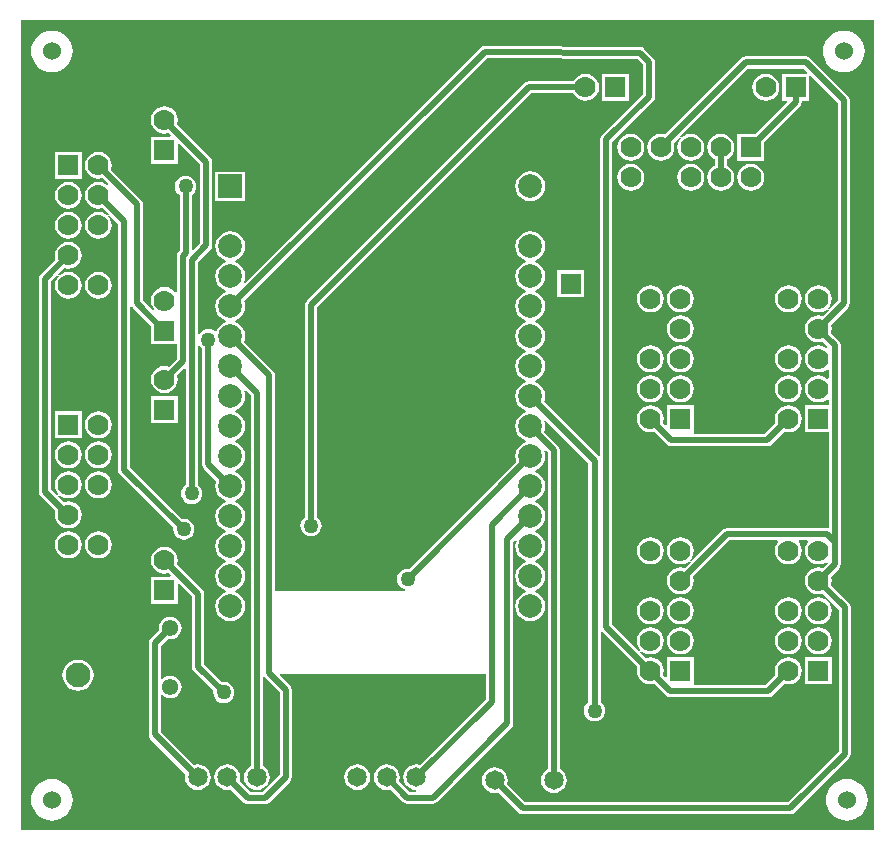
<source format=gtl>
G04*
G04 #@! TF.GenerationSoftware,Altium Limited,Altium Designer,21.6.4 (81)*
G04*
G04 Layer_Physical_Order=1*
G04 Layer_Color=255*
%FSLAX25Y25*%
%MOIN*%
G70*
G04*
G04 #@! TF.SameCoordinates,3774DA31-8614-4C77-8703-5363F9479B90*
G04*
G04*
G04 #@! TF.FilePolarity,Positive*
G04*
G01*
G75*
%ADD25C,0.02000*%
%ADD26C,0.06000*%
%ADD27R,0.07874X0.07874*%
%ADD28C,0.07874*%
%ADD29C,0.07000*%
%ADD30R,0.07000X0.07000*%
%ADD31C,0.06496*%
%ADD32R,0.06496X0.06496*%
%ADD33R,0.07000X0.07000*%
%ADD34C,0.05437*%
%ADD35C,0.08268*%
%ADD36C,0.05000*%
G36*
X407428Y166529D02*
X123335D01*
Y436471D01*
X407428D01*
Y166529D01*
D02*
G37*
%LPC*%
G36*
X397500Y432939D02*
X396146Y432806D01*
X394845Y432411D01*
X393645Y431770D01*
X392593Y430907D01*
X391730Y429855D01*
X391089Y428655D01*
X390694Y427354D01*
X390561Y426000D01*
X390694Y424646D01*
X391089Y423345D01*
X391730Y422145D01*
X392593Y421093D01*
X393645Y420230D01*
X394845Y419589D01*
X396146Y419194D01*
X397500Y419061D01*
X398854Y419194D01*
X400155Y419589D01*
X401355Y420230D01*
X402407Y421093D01*
X403269Y422145D01*
X403911Y423345D01*
X404306Y424646D01*
X404439Y426000D01*
X404306Y427354D01*
X403911Y428655D01*
X403269Y429855D01*
X402407Y430907D01*
X401355Y431770D01*
X400155Y432411D01*
X398854Y432806D01*
X397500Y432939D01*
D02*
G37*
G36*
X133500D02*
X132146Y432806D01*
X130845Y432411D01*
X129645Y431770D01*
X128593Y430907D01*
X127731Y429855D01*
X127089Y428655D01*
X126694Y427354D01*
X126561Y426000D01*
X126694Y424646D01*
X127089Y423345D01*
X127731Y422145D01*
X128593Y421093D01*
X129645Y420230D01*
X130845Y419589D01*
X132146Y419194D01*
X133500Y419061D01*
X134854Y419194D01*
X136155Y419589D01*
X137355Y420230D01*
X138407Y421093D01*
X139269Y422145D01*
X139911Y423345D01*
X140306Y424646D01*
X140439Y426000D01*
X140306Y427354D01*
X139911Y428655D01*
X139269Y429855D01*
X138407Y430907D01*
X137355Y431770D01*
X136155Y432411D01*
X134854Y432806D01*
X133500Y432939D01*
D02*
G37*
G36*
X371500Y418539D02*
X370325Y418384D01*
X369231Y417931D01*
X368291Y417209D01*
X367569Y416269D01*
X367116Y415175D01*
X366961Y414000D01*
X367116Y412825D01*
X367569Y411731D01*
X368291Y410791D01*
X369231Y410069D01*
X370325Y409616D01*
X371500Y409461D01*
X372675Y409616D01*
X373769Y410069D01*
X374709Y410791D01*
X375431Y411731D01*
X375884Y412825D01*
X376039Y414000D01*
X375884Y415175D01*
X375431Y416269D01*
X374709Y417209D01*
X373769Y417931D01*
X372675Y418384D01*
X371500Y418539D01*
D02*
G37*
G36*
X326500Y398539D02*
X325325Y398384D01*
X324231Y397931D01*
X323291Y397209D01*
X322569Y396269D01*
X322116Y395175D01*
X321961Y394000D01*
X322116Y392825D01*
X322569Y391731D01*
X323291Y390791D01*
X324231Y390069D01*
X325325Y389616D01*
X326500Y389461D01*
X327675Y389616D01*
X328769Y390069D01*
X329709Y390791D01*
X330431Y391731D01*
X330884Y392825D01*
X331039Y394000D01*
X330884Y395175D01*
X330431Y396269D01*
X329709Y397209D01*
X328769Y397931D01*
X327675Y398384D01*
X326500Y398539D01*
D02*
G37*
G36*
X143500Y392500D02*
X134500D01*
Y383500D01*
X143500D01*
Y392500D01*
D02*
G37*
G36*
X366500Y388539D02*
X365325Y388384D01*
X364231Y387931D01*
X363291Y387209D01*
X362569Y386269D01*
X362116Y385175D01*
X361961Y384000D01*
X362116Y382825D01*
X362569Y381731D01*
X363291Y380791D01*
X364231Y380069D01*
X365325Y379616D01*
X366500Y379461D01*
X367675Y379616D01*
X368769Y380069D01*
X369709Y380791D01*
X370431Y381731D01*
X370884Y382825D01*
X371039Y384000D01*
X370884Y385175D01*
X370431Y386269D01*
X369709Y387209D01*
X368769Y387931D01*
X367675Y388384D01*
X366500Y388539D01*
D02*
G37*
G36*
X356500Y398539D02*
X355325Y398384D01*
X354231Y397931D01*
X353291Y397209D01*
X352569Y396269D01*
X352116Y395175D01*
X351961Y394000D01*
X352116Y392825D01*
X352569Y391731D01*
X353291Y390791D01*
X354231Y390069D01*
X354461Y389974D01*
Y388026D01*
X354231Y387931D01*
X353291Y387209D01*
X352569Y386269D01*
X352116Y385175D01*
X351961Y384000D01*
X352116Y382825D01*
X352569Y381731D01*
X353291Y380791D01*
X354231Y380069D01*
X355325Y379616D01*
X356500Y379461D01*
X357675Y379616D01*
X358769Y380069D01*
X359709Y380791D01*
X360431Y381731D01*
X360884Y382825D01*
X361039Y384000D01*
X360884Y385175D01*
X360431Y386269D01*
X359709Y387209D01*
X358769Y387931D01*
X358539Y388026D01*
Y389974D01*
X358769Y390069D01*
X359709Y390791D01*
X360431Y391731D01*
X360884Y392825D01*
X361039Y394000D01*
X360884Y395175D01*
X360431Y396269D01*
X359709Y397209D01*
X358769Y397931D01*
X357675Y398384D01*
X356500Y398539D01*
D02*
G37*
G36*
X346500Y388539D02*
X345325Y388384D01*
X344231Y387931D01*
X343291Y387209D01*
X342569Y386269D01*
X342116Y385175D01*
X341961Y384000D01*
X342116Y382825D01*
X342569Y381731D01*
X343291Y380791D01*
X344231Y380069D01*
X345325Y379616D01*
X346500Y379461D01*
X347675Y379616D01*
X348769Y380069D01*
X349709Y380791D01*
X350431Y381731D01*
X350884Y382825D01*
X351039Y384000D01*
X350884Y385175D01*
X350431Y386269D01*
X349709Y387209D01*
X348769Y387931D01*
X347675Y388384D01*
X346500Y388539D01*
D02*
G37*
G36*
X326500D02*
X325325Y388384D01*
X324231Y387931D01*
X323291Y387209D01*
X322569Y386269D01*
X322116Y385175D01*
X321961Y384000D01*
X322116Y382825D01*
X322569Y381731D01*
X323291Y380791D01*
X324231Y380069D01*
X325325Y379616D01*
X326500Y379461D01*
X327675Y379616D01*
X328769Y380069D01*
X329709Y380791D01*
X330431Y381731D01*
X330884Y382825D01*
X331039Y384000D01*
X330884Y385175D01*
X330431Y386269D01*
X329709Y387209D01*
X328769Y387931D01*
X327675Y388384D01*
X326500Y388539D01*
D02*
G37*
G36*
X197937Y385937D02*
X188063D01*
Y376063D01*
X197937D01*
Y385937D01*
D02*
G37*
G36*
X139000Y382539D02*
X137825Y382384D01*
X136731Y381931D01*
X135791Y381209D01*
X135069Y380269D01*
X134616Y379175D01*
X134461Y378000D01*
X134616Y376825D01*
X135069Y375731D01*
X135791Y374791D01*
X136731Y374069D01*
X137825Y373616D01*
X139000Y373461D01*
X140175Y373616D01*
X141269Y374069D01*
X142209Y374791D01*
X142931Y375731D01*
X143384Y376825D01*
X143539Y378000D01*
X143384Y379175D01*
X142931Y380269D01*
X142209Y381209D01*
X141269Y381931D01*
X140175Y382384D01*
X139000Y382539D01*
D02*
G37*
G36*
Y372539D02*
X137825Y372384D01*
X136731Y371931D01*
X135791Y371209D01*
X135069Y370269D01*
X134616Y369175D01*
X134461Y368000D01*
X134616Y366825D01*
X135069Y365731D01*
X135791Y364791D01*
X136731Y364069D01*
X137825Y363616D01*
X139000Y363461D01*
X140175Y363616D01*
X141269Y364069D01*
X142209Y364791D01*
X142931Y365731D01*
X143384Y366825D01*
X143539Y368000D01*
X143384Y369175D01*
X142931Y370269D01*
X142209Y371209D01*
X141269Y371931D01*
X140175Y372384D01*
X139000Y372539D01*
D02*
G37*
G36*
Y362539D02*
X137825Y362384D01*
X136731Y361931D01*
X135791Y361209D01*
X135069Y360269D01*
X134616Y359175D01*
X134461Y358000D01*
X134616Y356825D01*
X134711Y356595D01*
X129782Y351666D01*
X129340Y351005D01*
X129185Y350224D01*
Y279276D01*
X129340Y278496D01*
X129782Y277834D01*
X134711Y272905D01*
X134616Y272675D01*
X134461Y271500D01*
X134616Y270325D01*
X135069Y269231D01*
X135791Y268291D01*
X136731Y267569D01*
X137825Y267116D01*
X139000Y266961D01*
X140175Y267116D01*
X141269Y267569D01*
X142209Y268291D01*
X142931Y269231D01*
X143384Y270325D01*
X143539Y271500D01*
X143384Y272675D01*
X142931Y273769D01*
X142209Y274709D01*
X141269Y275431D01*
X140175Y275884D01*
X139000Y276039D01*
X137825Y275884D01*
X137595Y275789D01*
X135502Y277881D01*
X135833Y278258D01*
X136126Y278033D01*
X136731Y277569D01*
X137825Y277116D01*
X139000Y276961D01*
X140175Y277116D01*
X141269Y277569D01*
X142209Y278291D01*
X142931Y279231D01*
X143384Y280325D01*
X143539Y281500D01*
X143384Y282675D01*
X142931Y283769D01*
X142209Y284709D01*
X141269Y285431D01*
X140175Y285884D01*
X139000Y286039D01*
X137825Y285884D01*
X136731Y285431D01*
X135791Y284709D01*
X135069Y283769D01*
X134616Y282675D01*
X134461Y281500D01*
X134616Y280325D01*
X135069Y279231D01*
X135533Y278626D01*
X135758Y278333D01*
X135381Y278002D01*
X133263Y280120D01*
Y349379D01*
X135381Y351498D01*
X135758Y351167D01*
X135533Y350874D01*
X135069Y350269D01*
X134616Y349175D01*
X134461Y348000D01*
X134616Y346825D01*
X135069Y345731D01*
X135791Y344791D01*
X136731Y344069D01*
X137825Y343616D01*
X139000Y343461D01*
X140175Y343616D01*
X141269Y344069D01*
X142209Y344791D01*
X142931Y345731D01*
X143384Y346825D01*
X143539Y348000D01*
X143384Y349175D01*
X142931Y350269D01*
X142209Y351209D01*
X141269Y351931D01*
X140175Y352384D01*
X139000Y352539D01*
X137825Y352384D01*
X136731Y351931D01*
X136126Y351466D01*
X135833Y351242D01*
X135502Y351619D01*
X137595Y353711D01*
X137825Y353616D01*
X139000Y353461D01*
X140175Y353616D01*
X141269Y354069D01*
X142209Y354791D01*
X142931Y355731D01*
X143384Y356825D01*
X143539Y358000D01*
X143384Y359175D01*
X142931Y360269D01*
X142209Y361209D01*
X141269Y361931D01*
X140175Y362384D01*
X139000Y362539D01*
D02*
G37*
G36*
X277878Y427917D02*
X277097Y427762D01*
X276436Y427319D01*
X198014Y348898D01*
X197590Y349182D01*
X197810Y349711D01*
X197980Y351000D01*
X197810Y352289D01*
X197312Y353490D01*
X196521Y354521D01*
X195490Y355312D01*
X194483Y355729D01*
Y356271D01*
X195490Y356687D01*
X196521Y357479D01*
X197312Y358510D01*
X197810Y359711D01*
X197980Y361000D01*
X197810Y362289D01*
X197312Y363490D01*
X196521Y364521D01*
X195490Y365313D01*
X194289Y365810D01*
X193000Y365980D01*
X191711Y365810D01*
X190510Y365313D01*
X189479Y364521D01*
X188688Y363490D01*
X188190Y362289D01*
X188020Y361000D01*
X188190Y359711D01*
X188688Y358510D01*
X189479Y357479D01*
X190510Y356687D01*
X191517Y356271D01*
Y355729D01*
X190510Y355312D01*
X189479Y354521D01*
X188688Y353490D01*
X188190Y352289D01*
X188020Y351000D01*
X188190Y349711D01*
X188688Y348510D01*
X189479Y347479D01*
X190510Y346688D01*
X191517Y346271D01*
Y345729D01*
X190510Y345312D01*
X189479Y344521D01*
X188688Y343490D01*
X188190Y342289D01*
X188020Y341000D01*
X188190Y339711D01*
X188688Y338510D01*
X189479Y337479D01*
X190510Y336687D01*
X191517Y336271D01*
Y335729D01*
X190510Y335313D01*
X189479Y334521D01*
X188688Y333490D01*
X188408Y332816D01*
X187800Y332653D01*
X187411Y332951D01*
X186559Y333304D01*
X185646Y333424D01*
X184732Y333304D01*
X183881Y332951D01*
X183150Y332390D01*
X182671Y331766D01*
X182202Y331877D01*
X182171Y331894D01*
Y355722D01*
X186371Y359923D01*
X186371Y359923D01*
X186813Y360584D01*
X186968Y361365D01*
Y389177D01*
X186813Y389958D01*
X186371Y390619D01*
X186371Y390619D01*
X175289Y401701D01*
X175384Y401932D01*
X175539Y403106D01*
X175384Y404281D01*
X174931Y405376D01*
X174209Y406316D01*
X173269Y407037D01*
X172175Y407491D01*
X171000Y407645D01*
X169825Y407491D01*
X168731Y407037D01*
X167791Y406316D01*
X167069Y405376D01*
X166616Y404281D01*
X166461Y403106D01*
X166616Y401932D01*
X167069Y400837D01*
X167791Y399897D01*
X168731Y399176D01*
X169825Y398722D01*
X171000Y398568D01*
X172175Y398722D01*
X172405Y398818D01*
X173154Y398068D01*
X172963Y397606D01*
X166500D01*
Y388606D01*
X175500D01*
Y395069D01*
X175962Y395261D01*
X182890Y388333D01*
Y362209D01*
X180606Y359926D01*
X180144Y360117D01*
Y378153D01*
X180601Y378504D01*
X181162Y379235D01*
X181515Y380086D01*
X181635Y381000D01*
X181515Y381914D01*
X181162Y382765D01*
X180601Y383496D01*
X179870Y384057D01*
X179019Y384410D01*
X178105Y384530D01*
X177191Y384410D01*
X176340Y384057D01*
X175609Y383496D01*
X175048Y382765D01*
X174695Y381914D01*
X174575Y381000D01*
X174695Y380086D01*
X175048Y379235D01*
X175609Y378504D01*
X176066Y378153D01*
Y359628D01*
X175689Y359251D01*
X175247Y358590D01*
X175092Y357809D01*
Y345774D01*
X174592Y345604D01*
X174209Y346103D01*
X173269Y346825D01*
X172175Y347278D01*
X171000Y347433D01*
X169825Y347278D01*
X168731Y346825D01*
X167791Y346103D01*
X167069Y345163D01*
X166616Y344069D01*
X166461Y342894D01*
X166616Y341719D01*
X167069Y340624D01*
X167457Y340119D01*
X167353Y339805D01*
X167204Y339628D01*
X167148Y339630D01*
X163939Y342839D01*
Y375100D01*
X163784Y375880D01*
X163342Y376542D01*
X163342Y376542D01*
X153289Y386595D01*
X153384Y386825D01*
X153539Y388000D01*
X153384Y389175D01*
X152931Y390269D01*
X152209Y391209D01*
X151269Y391931D01*
X150175Y392384D01*
X149000Y392539D01*
X147825Y392384D01*
X146731Y391931D01*
X145791Y391209D01*
X145069Y390269D01*
X144616Y389175D01*
X144461Y388000D01*
X144616Y386825D01*
X145069Y385731D01*
X145791Y384791D01*
X146731Y384069D01*
X147825Y383616D01*
X149000Y383461D01*
X150175Y383616D01*
X150405Y383711D01*
X152264Y381852D01*
X152266Y381796D01*
X152089Y381647D01*
X151775Y381543D01*
X151269Y381931D01*
X150175Y382384D01*
X149000Y382539D01*
X147825Y382384D01*
X146731Y381931D01*
X145791Y381209D01*
X145069Y380269D01*
X144616Y379175D01*
X144461Y378000D01*
X144616Y376825D01*
X145069Y375731D01*
X145791Y374791D01*
X146731Y374069D01*
X147825Y373616D01*
X149000Y373461D01*
X150175Y373616D01*
X150405Y373711D01*
X152498Y371619D01*
X152167Y371242D01*
X151874Y371466D01*
X151269Y371931D01*
X150175Y372384D01*
X149000Y372539D01*
X147825Y372384D01*
X146731Y371931D01*
X145791Y371209D01*
X145069Y370269D01*
X144616Y369175D01*
X144461Y368000D01*
X144616Y366825D01*
X145069Y365731D01*
X145791Y364791D01*
X146731Y364069D01*
X147825Y363616D01*
X149000Y363461D01*
X150175Y363616D01*
X151269Y364069D01*
X152209Y364791D01*
X152931Y365731D01*
X153384Y366825D01*
X153539Y368000D01*
X153384Y369175D01*
X152931Y370269D01*
X152466Y370874D01*
X152242Y371167D01*
X152619Y371498D01*
X155561Y368555D01*
Y286600D01*
X155716Y285820D01*
X156158Y285158D01*
X174045Y267271D01*
X173970Y266700D01*
X174090Y265786D01*
X174443Y264935D01*
X175004Y264204D01*
X175735Y263643D01*
X176586Y263290D01*
X177500Y263170D01*
X178414Y263290D01*
X179265Y263643D01*
X179996Y264204D01*
X180557Y264935D01*
X180910Y265786D01*
X181030Y266700D01*
X180910Y267614D01*
X180557Y268465D01*
X179996Y269196D01*
X179265Y269757D01*
X178414Y270110D01*
X177500Y270230D01*
X176929Y270155D01*
X159639Y287445D01*
Y340878D01*
X160139Y341029D01*
X160458Y340552D01*
X166500Y334510D01*
Y328394D01*
X175092D01*
Y323583D01*
X172405Y320895D01*
X172175Y320991D01*
X171000Y321145D01*
X169825Y320991D01*
X168731Y320537D01*
X167791Y319816D01*
X167069Y318876D01*
X166616Y317781D01*
X166461Y316606D01*
X166616Y315432D01*
X167069Y314337D01*
X167791Y313397D01*
X168731Y312676D01*
X169825Y312222D01*
X171000Y312068D01*
X172175Y312222D01*
X173269Y312676D01*
X174209Y313397D01*
X174931Y314337D01*
X175384Y315432D01*
X175539Y316606D01*
X175384Y317781D01*
X175289Y318011D01*
X177630Y320353D01*
X178092Y320162D01*
Y281464D01*
X177635Y281113D01*
X177074Y280382D01*
X176722Y279531D01*
X176601Y278617D01*
X176722Y277703D01*
X177074Y276852D01*
X177635Y276121D01*
X178366Y275560D01*
X179218Y275207D01*
X180131Y275087D01*
X181045Y275207D01*
X181896Y275560D01*
X182628Y276121D01*
X183189Y276852D01*
X183541Y277703D01*
X183662Y278617D01*
X183541Y279531D01*
X183189Y280382D01*
X182628Y281113D01*
X182171Y281464D01*
Y327893D01*
X182202Y327911D01*
X182671Y328022D01*
X183150Y327398D01*
X183607Y327047D01*
Y288354D01*
X183762Y287574D01*
X184204Y286912D01*
X188377Y282739D01*
X188190Y282289D01*
X188020Y281000D01*
X188190Y279711D01*
X188688Y278510D01*
X189479Y277479D01*
X190510Y276688D01*
X191517Y276271D01*
Y275729D01*
X190510Y275312D01*
X189479Y274521D01*
X188688Y273490D01*
X188190Y272289D01*
X188020Y271000D01*
X188190Y269711D01*
X188688Y268510D01*
X189479Y267479D01*
X190510Y266687D01*
X191517Y266271D01*
Y265729D01*
X190510Y265313D01*
X189479Y264521D01*
X188688Y263490D01*
X188190Y262289D01*
X188020Y261000D01*
X188190Y259711D01*
X188688Y258510D01*
X189479Y257479D01*
X190510Y256687D01*
X191517Y256271D01*
Y255729D01*
X190510Y255312D01*
X189479Y254521D01*
X188688Y253490D01*
X188190Y252289D01*
X188020Y251000D01*
X188190Y249711D01*
X188688Y248510D01*
X189479Y247479D01*
X190510Y246688D01*
X191517Y246271D01*
Y245729D01*
X190510Y245312D01*
X189479Y244521D01*
X188688Y243490D01*
X188190Y242289D01*
X188020Y241000D01*
X188190Y239711D01*
X188688Y238510D01*
X189479Y237479D01*
X190510Y236687D01*
X191711Y236190D01*
X193000Y236020D01*
X194289Y236190D01*
X195490Y236687D01*
X196521Y237479D01*
X197312Y238510D01*
X197810Y239711D01*
X197980Y241000D01*
X197810Y242289D01*
X197312Y243490D01*
X196521Y244521D01*
X195490Y245312D01*
X194483Y245729D01*
Y246271D01*
X195490Y246688D01*
X196521Y247479D01*
X197312Y248510D01*
X197810Y249711D01*
X197980Y251000D01*
X197810Y252289D01*
X197312Y253490D01*
X196521Y254521D01*
X195490Y255312D01*
X194483Y255729D01*
Y256271D01*
X195490Y256687D01*
X196521Y257479D01*
X197312Y258510D01*
X197810Y259711D01*
X197980Y261000D01*
X197810Y262289D01*
X197312Y263490D01*
X196521Y264521D01*
X195490Y265313D01*
X194483Y265729D01*
Y266271D01*
X195490Y266687D01*
X196521Y267479D01*
X197312Y268510D01*
X197810Y269711D01*
X197980Y271000D01*
X197810Y272289D01*
X197312Y273490D01*
X196521Y274521D01*
X195490Y275312D01*
X194483Y275729D01*
Y276271D01*
X195490Y276688D01*
X196521Y277479D01*
X197312Y278510D01*
X197810Y279711D01*
X197980Y281000D01*
X197810Y282289D01*
X197312Y283490D01*
X196521Y284521D01*
X195490Y285313D01*
X194483Y285729D01*
Y286271D01*
X195490Y286687D01*
X196521Y287479D01*
X197312Y288510D01*
X197810Y289711D01*
X197980Y291000D01*
X197810Y292289D01*
X197312Y293490D01*
X196521Y294521D01*
X195490Y295312D01*
X194483Y295729D01*
Y296271D01*
X195490Y296688D01*
X196521Y297479D01*
X197312Y298510D01*
X197810Y299711D01*
X197980Y301000D01*
X197810Y302289D01*
X197312Y303490D01*
X196521Y304521D01*
X195490Y305312D01*
X194483Y305729D01*
Y306271D01*
X195490Y306687D01*
X196521Y307479D01*
X197312Y308510D01*
X197810Y309711D01*
X197980Y311000D01*
X197810Y312289D01*
X197590Y312819D01*
X198014Y313102D01*
X199803Y311313D01*
Y187753D01*
X199700Y187711D01*
X198813Y187030D01*
X198132Y186142D01*
X197704Y185109D01*
X197558Y184000D01*
X197704Y182891D01*
X198132Y181858D01*
X198813Y180970D01*
X199700Y180289D01*
X200734Y179861D01*
X201843Y179715D01*
X202952Y179861D01*
X203985Y180289D01*
X204872Y180970D01*
X205553Y181858D01*
X205981Y182891D01*
X206127Y184000D01*
X205981Y185109D01*
X205553Y186142D01*
X204872Y187030D01*
X203985Y187711D01*
X203882Y187753D01*
Y217346D01*
X204382Y217498D01*
X204479Y217352D01*
X209449Y212382D01*
Y184800D01*
X203718Y179069D01*
X199814D01*
X196096Y182788D01*
X196139Y182891D01*
X196285Y184000D01*
X196139Y185109D01*
X195711Y186142D01*
X195030Y187030D01*
X194142Y187711D01*
X193109Y188139D01*
X192000Y188285D01*
X190891Y188139D01*
X189858Y187711D01*
X188970Y187030D01*
X188289Y186142D01*
X187861Y185109D01*
X187715Y184000D01*
X187861Y182891D01*
X188289Y181858D01*
X188970Y180970D01*
X189858Y180289D01*
X190891Y179861D01*
X192000Y179715D01*
X193109Y179861D01*
X193212Y179904D01*
X197528Y175588D01*
X198189Y175146D01*
X198970Y174991D01*
X204563D01*
X205343Y175146D01*
X206005Y175588D01*
X212930Y182513D01*
X213372Y183175D01*
X213527Y183955D01*
Y213227D01*
X213372Y214007D01*
X212930Y214669D01*
X209458Y218141D01*
X209650Y218602D01*
X277567D01*
X277705Y218630D01*
X278205Y218290D01*
Y210089D01*
X256212Y188096D01*
X256109Y188139D01*
X255000Y188285D01*
X253891Y188139D01*
X252858Y187711D01*
X251970Y187030D01*
X251289Y186142D01*
X250861Y185109D01*
X250715Y184000D01*
X250861Y182891D01*
X251289Y181858D01*
X251970Y180970D01*
X252858Y180289D01*
X253891Y179861D01*
X254697Y179755D01*
X254820Y179739D01*
X254790Y179273D01*
X254712Y179239D01*
X252802D01*
X249253Y182788D01*
X249296Y182891D01*
X249442Y184000D01*
X249296Y185109D01*
X248868Y186142D01*
X248187Y187030D01*
X247300Y187711D01*
X246266Y188139D01*
X245157Y188285D01*
X244048Y188139D01*
X243015Y187711D01*
X242128Y187030D01*
X241447Y186142D01*
X241019Y185109D01*
X240873Y184000D01*
X241019Y182891D01*
X241447Y181858D01*
X242128Y180970D01*
X243015Y180289D01*
X244048Y179861D01*
X245157Y179715D01*
X246266Y179861D01*
X246370Y179904D01*
X250516Y175758D01*
X250516Y175758D01*
X251177Y175316D01*
X251958Y175161D01*
X251958Y175161D01*
X260521D01*
X261301Y175316D01*
X261963Y175758D01*
X286720Y200515D01*
X287162Y201177D01*
X287317Y201957D01*
X287317Y201957D01*
Y262434D01*
X287986Y263102D01*
X288409Y262819D01*
X288190Y262289D01*
X288020Y261000D01*
X288190Y259711D01*
X288687Y258510D01*
X289479Y257479D01*
X290510Y256687D01*
X291517Y256271D01*
Y255729D01*
X290510Y255312D01*
X289479Y254521D01*
X288687Y253490D01*
X288190Y252289D01*
X288020Y251000D01*
X288190Y249711D01*
X288687Y248510D01*
X289479Y247479D01*
X290510Y246688D01*
X291517Y246271D01*
Y245729D01*
X290510Y245312D01*
X289479Y244521D01*
X288687Y243490D01*
X288190Y242289D01*
X288020Y241000D01*
X288190Y239711D01*
X288687Y238510D01*
X289479Y237479D01*
X290510Y236687D01*
X291711Y236190D01*
X293000Y236020D01*
X294289Y236190D01*
X295490Y236687D01*
X296521Y237479D01*
X297312Y238510D01*
X297810Y239711D01*
X297980Y241000D01*
X297810Y242289D01*
X297312Y243490D01*
X296521Y244521D01*
X295490Y245312D01*
X294483Y245729D01*
Y246271D01*
X295490Y246688D01*
X296521Y247479D01*
X297312Y248510D01*
X297810Y249711D01*
X297980Y251000D01*
X297810Y252289D01*
X297312Y253490D01*
X296521Y254521D01*
X295490Y255312D01*
X294483Y255729D01*
Y256271D01*
X295490Y256687D01*
X296521Y257479D01*
X297312Y258510D01*
X297810Y259711D01*
X297980Y261000D01*
X297810Y262289D01*
X297312Y263490D01*
X296521Y264521D01*
X295490Y265313D01*
X294483Y265729D01*
Y266271D01*
X295490Y266687D01*
X296521Y267479D01*
X297312Y268510D01*
X297810Y269711D01*
X297980Y271000D01*
X297810Y272289D01*
X297312Y273490D01*
X296521Y274521D01*
X295490Y275312D01*
X294483Y275729D01*
Y276271D01*
X295490Y276688D01*
X296521Y277479D01*
X297312Y278510D01*
X297810Y279711D01*
X297980Y281000D01*
X297810Y282289D01*
X297312Y283490D01*
X296521Y284521D01*
X295490Y285313D01*
X294483Y285729D01*
Y286271D01*
X295490Y286687D01*
X296521Y287479D01*
X297312Y288510D01*
X297810Y289711D01*
X297980Y291000D01*
X297810Y292289D01*
X297590Y292818D01*
X298014Y293102D01*
X298803Y292313D01*
Y186753D01*
X298700Y186711D01*
X297813Y186030D01*
X297132Y185142D01*
X296704Y184109D01*
X296558Y183000D01*
X296704Y181891D01*
X297132Y180858D01*
X297813Y179970D01*
X298700Y179289D01*
X299734Y178861D01*
X300843Y178715D01*
X301952Y178861D01*
X302985Y179289D01*
X303872Y179970D01*
X304553Y180858D01*
X304981Y181891D01*
X305127Y183000D01*
X304981Y184109D01*
X304553Y185142D01*
X303872Y186030D01*
X302985Y186711D01*
X302882Y186753D01*
Y293157D01*
X302727Y293938D01*
X302285Y294599D01*
X297623Y299261D01*
X297810Y299711D01*
X297980Y301000D01*
X297810Y302289D01*
X297590Y302818D01*
X298014Y303102D01*
X312386Y288730D01*
Y209043D01*
X311929Y208693D01*
X311368Y207961D01*
X311015Y207110D01*
X310895Y206196D01*
X311015Y205283D01*
X311368Y204431D01*
X311929Y203700D01*
X312660Y203139D01*
X313511Y202786D01*
X314425Y202666D01*
X315339Y202786D01*
X316190Y203139D01*
X316921Y203700D01*
X317482Y204431D01*
X317835Y205283D01*
X317955Y206196D01*
X317835Y207110D01*
X317482Y207961D01*
X316921Y208693D01*
X316464Y209043D01*
Y232538D01*
X316964Y232652D01*
X328711Y220905D01*
X328616Y220675D01*
X328461Y219500D01*
X328616Y218325D01*
X329069Y217231D01*
X329791Y216291D01*
X330731Y215569D01*
X331825Y215116D01*
X333000Y214961D01*
X334175Y215116D01*
X334405Y215211D01*
X338258Y211358D01*
X338920Y210916D01*
X339700Y210761D01*
X372300D01*
X373080Y210916D01*
X373742Y211358D01*
X377595Y215211D01*
X377825Y215116D01*
X379000Y214961D01*
X380175Y215116D01*
X381269Y215569D01*
X382209Y216291D01*
X382931Y217231D01*
X383384Y218325D01*
X383539Y219500D01*
X383384Y220675D01*
X382931Y221769D01*
X382209Y222709D01*
X381269Y223431D01*
X380175Y223884D01*
X379000Y224039D01*
X377825Y223884D01*
X376731Y223431D01*
X375791Y222709D01*
X375069Y221769D01*
X374616Y220675D01*
X374461Y219500D01*
X374616Y218325D01*
X374711Y218095D01*
X371455Y214839D01*
X347933D01*
X347500Y215000D01*
Y224000D01*
X338500D01*
Y217537D01*
X338038Y217346D01*
X337289Y218095D01*
X337384Y218325D01*
X337539Y219500D01*
X337384Y220675D01*
X336931Y221769D01*
X336209Y222709D01*
X335269Y223431D01*
X334175Y223884D01*
X333000Y224039D01*
X331825Y223884D01*
X331595Y223789D01*
X329502Y225881D01*
X329833Y226258D01*
X330126Y226033D01*
X330731Y225569D01*
X331825Y225116D01*
X333000Y224961D01*
X334175Y225116D01*
X335269Y225569D01*
X336209Y226291D01*
X336931Y227231D01*
X337384Y228325D01*
X337539Y229500D01*
X337384Y230675D01*
X336931Y231769D01*
X336209Y232709D01*
X335269Y233431D01*
X334175Y233884D01*
X333000Y234039D01*
X331825Y233884D01*
X330731Y233431D01*
X329791Y232709D01*
X329069Y231769D01*
X328616Y230675D01*
X328461Y229500D01*
X328616Y228325D01*
X329069Y227231D01*
X329534Y226626D01*
X329758Y226333D01*
X329381Y226002D01*
X320365Y235019D01*
Y395789D01*
X334062Y409486D01*
X334504Y410147D01*
X334659Y410928D01*
Y422408D01*
X334659Y422408D01*
X334504Y423188D01*
X334062Y423850D01*
X331060Y426852D01*
X330737Y427068D01*
X330416Y427286D01*
X330406Y427288D01*
X330398Y427294D01*
X330016Y427370D01*
X329637Y427449D01*
X328819Y427456D01*
X278734Y427917D01*
X278725Y427915D01*
X278715Y427917D01*
X277878D01*
X277878Y427917D01*
D02*
G37*
G36*
X149000Y352539D02*
X147825Y352384D01*
X146731Y351931D01*
X145791Y351209D01*
X145069Y350269D01*
X144616Y349175D01*
X144461Y348000D01*
X144616Y346825D01*
X145069Y345731D01*
X145791Y344791D01*
X146731Y344069D01*
X147825Y343616D01*
X149000Y343461D01*
X150175Y343616D01*
X151269Y344069D01*
X152209Y344791D01*
X152931Y345731D01*
X153384Y346825D01*
X153539Y348000D01*
X153384Y349175D01*
X152931Y350269D01*
X152209Y351209D01*
X151269Y351931D01*
X150175Y352384D01*
X149000Y352539D01*
D02*
G37*
G36*
X384911Y424328D02*
X364789D01*
X364009Y424173D01*
X363347Y423731D01*
X363347Y423731D01*
X337905Y398289D01*
X337675Y398384D01*
X336500Y398539D01*
X335325Y398384D01*
X334231Y397931D01*
X333291Y397209D01*
X332569Y396269D01*
X332116Y395175D01*
X331961Y394000D01*
X332116Y392825D01*
X332569Y391731D01*
X333291Y390791D01*
X334231Y390069D01*
X335325Y389616D01*
X336500Y389461D01*
X337675Y389616D01*
X338769Y390069D01*
X339709Y390791D01*
X340431Y391731D01*
X340884Y392825D01*
X341039Y394000D01*
X340884Y395175D01*
X340789Y395405D01*
X342881Y397498D01*
X343258Y397167D01*
X343034Y396874D01*
X342569Y396269D01*
X342116Y395175D01*
X341961Y394000D01*
X342116Y392825D01*
X342569Y391731D01*
X343291Y390791D01*
X344231Y390069D01*
X345325Y389616D01*
X346500Y389461D01*
X347675Y389616D01*
X348769Y390069D01*
X349709Y390791D01*
X350431Y391731D01*
X350884Y392825D01*
X351039Y394000D01*
X350884Y395175D01*
X350431Y396269D01*
X349709Y397209D01*
X348769Y397931D01*
X347675Y398384D01*
X346500Y398539D01*
X345325Y398384D01*
X344231Y397931D01*
X343626Y397466D01*
X343333Y397242D01*
X343002Y397619D01*
X365634Y420250D01*
X384066D01*
X385354Y418962D01*
X385163Y418500D01*
X377000D01*
Y409500D01*
X378463D01*
X378654Y409038D01*
X368116Y398500D01*
X362000D01*
Y389500D01*
X371000D01*
Y395616D01*
X382942Y407558D01*
X383384Y408220D01*
X383539Y409000D01*
Y409500D01*
X386000D01*
Y417663D01*
X386462Y417854D01*
X395461Y408855D01*
Y342845D01*
X392619Y340002D01*
X392242Y340333D01*
X392466Y340626D01*
X392931Y341231D01*
X393384Y342325D01*
X393539Y343500D01*
X393384Y344675D01*
X392931Y345769D01*
X392209Y346709D01*
X391269Y347431D01*
X390175Y347884D01*
X389000Y348039D01*
X387825Y347884D01*
X386731Y347431D01*
X385791Y346709D01*
X385069Y345769D01*
X384616Y344675D01*
X384461Y343500D01*
X384616Y342325D01*
X385069Y341231D01*
X385791Y340291D01*
X386731Y339569D01*
X387825Y339116D01*
X389000Y338961D01*
X390175Y339116D01*
X391269Y339569D01*
X391874Y340033D01*
X392167Y340258D01*
X392498Y339881D01*
X390405Y337789D01*
X390175Y337884D01*
X389000Y338039D01*
X387825Y337884D01*
X386731Y337431D01*
X385791Y336709D01*
X385069Y335769D01*
X384616Y334675D01*
X384461Y333500D01*
X384616Y332325D01*
X385069Y331231D01*
X385791Y330291D01*
X386731Y329569D01*
X387825Y329116D01*
X389000Y328961D01*
X390175Y329116D01*
X390405Y329211D01*
X392093Y327523D01*
X392079Y327439D01*
X391537Y327225D01*
X391269Y327431D01*
X390175Y327884D01*
X389000Y328039D01*
X387825Y327884D01*
X386731Y327431D01*
X385791Y326709D01*
X385069Y325769D01*
X384616Y324675D01*
X384461Y323500D01*
X384616Y322325D01*
X385069Y321231D01*
X385791Y320291D01*
X386731Y319569D01*
X387825Y319116D01*
X389000Y318961D01*
X390175Y319116D01*
X391269Y319569D01*
X391961Y320100D01*
X392461Y319853D01*
Y317147D01*
X391961Y316900D01*
X391269Y317431D01*
X390175Y317884D01*
X389000Y318039D01*
X387825Y317884D01*
X386731Y317431D01*
X385791Y316709D01*
X385069Y315769D01*
X384616Y314675D01*
X384461Y313500D01*
X384616Y312325D01*
X385069Y311231D01*
X385791Y310291D01*
X386731Y309569D01*
X387825Y309116D01*
X389000Y308961D01*
X390175Y309116D01*
X391269Y309569D01*
X391961Y310100D01*
X392461Y309853D01*
Y308000D01*
X384500D01*
Y299000D01*
X392461D01*
Y267342D01*
X392074Y267024D01*
X392000Y267039D01*
X358500D01*
X357720Y266884D01*
X357058Y266442D01*
X346619Y256002D01*
X346242Y256333D01*
X346466Y256626D01*
X346931Y257231D01*
X347384Y258325D01*
X347539Y259500D01*
X347384Y260675D01*
X346931Y261769D01*
X346209Y262709D01*
X345269Y263431D01*
X344175Y263884D01*
X343000Y264039D01*
X341825Y263884D01*
X340731Y263431D01*
X339791Y262709D01*
X339069Y261769D01*
X338616Y260675D01*
X338461Y259500D01*
X338616Y258325D01*
X339069Y257231D01*
X339791Y256291D01*
X340731Y255569D01*
X341825Y255116D01*
X343000Y254961D01*
X344175Y255116D01*
X345269Y255569D01*
X345874Y256033D01*
X346167Y256258D01*
X346498Y255881D01*
X344405Y253789D01*
X344175Y253884D01*
X343000Y254039D01*
X341825Y253884D01*
X340731Y253431D01*
X339791Y252709D01*
X339069Y251769D01*
X338616Y250675D01*
X338461Y249500D01*
X338616Y248325D01*
X339069Y247231D01*
X339791Y246291D01*
X340731Y245569D01*
X341825Y245116D01*
X343000Y244961D01*
X344175Y245116D01*
X345269Y245569D01*
X346209Y246291D01*
X346931Y247231D01*
X347384Y248325D01*
X347539Y249500D01*
X347384Y250675D01*
X347289Y250905D01*
X359345Y262961D01*
X375353D01*
X375600Y262461D01*
X375069Y261769D01*
X374616Y260675D01*
X374461Y259500D01*
X374616Y258325D01*
X375069Y257231D01*
X375791Y256291D01*
X376731Y255569D01*
X377825Y255116D01*
X379000Y254961D01*
X380175Y255116D01*
X381269Y255569D01*
X382209Y256291D01*
X382931Y257231D01*
X383384Y258325D01*
X383539Y259500D01*
X383384Y260675D01*
X382931Y261769D01*
X382400Y262461D01*
X382647Y262961D01*
X385353D01*
X385600Y262461D01*
X385069Y261769D01*
X384616Y260675D01*
X384461Y259500D01*
X384616Y258325D01*
X385069Y257231D01*
X385791Y256291D01*
X386731Y255569D01*
X387825Y255116D01*
X389000Y254961D01*
X390175Y255116D01*
X391269Y255569D01*
X391537Y255775D01*
X392079Y255560D01*
X392093Y255477D01*
X390405Y253789D01*
X390175Y253884D01*
X389000Y254039D01*
X387825Y253884D01*
X386731Y253431D01*
X385791Y252709D01*
X385069Y251769D01*
X384616Y250675D01*
X384461Y249500D01*
X384616Y248325D01*
X385069Y247231D01*
X385791Y246291D01*
X386731Y245569D01*
X387825Y245116D01*
X389000Y244961D01*
X390175Y245116D01*
X390405Y245211D01*
X392498Y243119D01*
X392167Y242742D01*
X391874Y242967D01*
X391269Y243431D01*
X390175Y243884D01*
X389000Y244039D01*
X387825Y243884D01*
X386731Y243431D01*
X385791Y242709D01*
X385069Y241769D01*
X384616Y240675D01*
X384461Y239500D01*
X384616Y238325D01*
X385069Y237231D01*
X385791Y236291D01*
X386731Y235569D01*
X387825Y235116D01*
X389000Y234961D01*
X390175Y235116D01*
X391269Y235569D01*
X392209Y236291D01*
X392931Y237231D01*
X393384Y238325D01*
X393539Y239500D01*
X393384Y240675D01*
X392931Y241769D01*
X392466Y242374D01*
X392242Y242667D01*
X392619Y242998D01*
X395790Y239826D01*
Y192774D01*
X378803Y175787D01*
X291254D01*
X285254Y181788D01*
X285296Y181891D01*
X285442Y183000D01*
X285296Y184109D01*
X284868Y185142D01*
X284187Y186030D01*
X283300Y186711D01*
X282267Y187139D01*
X281158Y187285D01*
X280049Y187139D01*
X279015Y186711D01*
X278128Y186030D01*
X277447Y185142D01*
X277019Y184109D01*
X276873Y183000D01*
X277019Y181891D01*
X277447Y180858D01*
X278128Y179970D01*
X279015Y179289D01*
X280049Y178861D01*
X281158Y178715D01*
X282267Y178861D01*
X282370Y178904D01*
X288968Y172306D01*
X289629Y171864D01*
X290410Y171709D01*
X379648D01*
X380428Y171864D01*
X381090Y172306D01*
X399271Y190487D01*
X399713Y191149D01*
X399868Y191929D01*
Y240671D01*
X399713Y241451D01*
X399271Y242113D01*
X399271Y242113D01*
X393289Y248095D01*
X393384Y248325D01*
X393539Y249500D01*
X393384Y250675D01*
X393289Y250905D01*
X395942Y253558D01*
X395942Y253558D01*
X396384Y254220D01*
X396539Y255000D01*
Y262500D01*
Y328000D01*
X396384Y328780D01*
X395942Y329442D01*
X395942Y329442D01*
X393289Y332095D01*
X393384Y332325D01*
X393539Y333500D01*
X393384Y334675D01*
X393289Y334905D01*
X398942Y340558D01*
X398942Y340558D01*
X399384Y341220D01*
X399539Y342000D01*
X399539Y342000D01*
Y409700D01*
X399384Y410480D01*
X398942Y411142D01*
X386353Y423731D01*
X385691Y424173D01*
X384911Y424328D01*
D02*
G37*
G36*
X379000Y348039D02*
X377825Y347884D01*
X376731Y347431D01*
X375791Y346709D01*
X375069Y345769D01*
X374616Y344675D01*
X374461Y343500D01*
X374616Y342325D01*
X375069Y341231D01*
X375791Y340291D01*
X376731Y339569D01*
X377825Y339116D01*
X379000Y338961D01*
X380175Y339116D01*
X381269Y339569D01*
X382209Y340291D01*
X382931Y341231D01*
X383384Y342325D01*
X383539Y343500D01*
X383384Y344675D01*
X382931Y345769D01*
X382209Y346709D01*
X381269Y347431D01*
X380175Y347884D01*
X379000Y348039D01*
D02*
G37*
G36*
X343000D02*
X341825Y347884D01*
X340731Y347431D01*
X339791Y346709D01*
X339069Y345769D01*
X338616Y344675D01*
X338461Y343500D01*
X338616Y342325D01*
X339069Y341231D01*
X339791Y340291D01*
X340731Y339569D01*
X341825Y339116D01*
X343000Y338961D01*
X344175Y339116D01*
X345269Y339569D01*
X346209Y340291D01*
X346931Y341231D01*
X347384Y342325D01*
X347539Y343500D01*
X347384Y344675D01*
X346931Y345769D01*
X346209Y346709D01*
X345269Y347431D01*
X344175Y347884D01*
X343000Y348039D01*
D02*
G37*
G36*
X333000D02*
X331825Y347884D01*
X330731Y347431D01*
X329791Y346709D01*
X329069Y345769D01*
X328616Y344675D01*
X328461Y343500D01*
X328616Y342325D01*
X329069Y341231D01*
X329791Y340291D01*
X330731Y339569D01*
X331825Y339116D01*
X333000Y338961D01*
X334175Y339116D01*
X335269Y339569D01*
X336209Y340291D01*
X336931Y341231D01*
X337384Y342325D01*
X337539Y343500D01*
X337384Y344675D01*
X336931Y345769D01*
X336209Y346709D01*
X335269Y347431D01*
X334175Y347884D01*
X333000Y348039D01*
D02*
G37*
G36*
X343000Y338039D02*
X341825Y337884D01*
X340731Y337431D01*
X339791Y336709D01*
X339069Y335769D01*
X338616Y334675D01*
X338461Y333500D01*
X338616Y332325D01*
X339069Y331231D01*
X339791Y330291D01*
X340731Y329569D01*
X341825Y329116D01*
X343000Y328961D01*
X344175Y329116D01*
X345269Y329569D01*
X346209Y330291D01*
X346931Y331231D01*
X347384Y332325D01*
X347539Y333500D01*
X347384Y334675D01*
X346931Y335769D01*
X346209Y336709D01*
X345269Y337431D01*
X344175Y337884D01*
X343000Y338039D01*
D02*
G37*
G36*
X379000Y328039D02*
X377825Y327884D01*
X376731Y327431D01*
X375791Y326709D01*
X375069Y325769D01*
X374616Y324675D01*
X374461Y323500D01*
X374616Y322325D01*
X375069Y321231D01*
X375791Y320291D01*
X376731Y319569D01*
X377825Y319116D01*
X379000Y318961D01*
X380175Y319116D01*
X381269Y319569D01*
X382209Y320291D01*
X382931Y321231D01*
X383384Y322325D01*
X383539Y323500D01*
X383384Y324675D01*
X382931Y325769D01*
X382209Y326709D01*
X381269Y327431D01*
X380175Y327884D01*
X379000Y328039D01*
D02*
G37*
G36*
X343000D02*
X341825Y327884D01*
X340731Y327431D01*
X339791Y326709D01*
X339069Y325769D01*
X338616Y324675D01*
X338461Y323500D01*
X338616Y322325D01*
X339069Y321231D01*
X339791Y320291D01*
X340731Y319569D01*
X341825Y319116D01*
X343000Y318961D01*
X344175Y319116D01*
X345269Y319569D01*
X346209Y320291D01*
X346931Y321231D01*
X347384Y322325D01*
X347539Y323500D01*
X347384Y324675D01*
X346931Y325769D01*
X346209Y326709D01*
X345269Y327431D01*
X344175Y327884D01*
X343000Y328039D01*
D02*
G37*
G36*
X333000D02*
X331825Y327884D01*
X330731Y327431D01*
X329791Y326709D01*
X329069Y325769D01*
X328616Y324675D01*
X328461Y323500D01*
X328616Y322325D01*
X329069Y321231D01*
X329791Y320291D01*
X330731Y319569D01*
X331825Y319116D01*
X333000Y318961D01*
X334175Y319116D01*
X335269Y319569D01*
X336209Y320291D01*
X336931Y321231D01*
X337384Y322325D01*
X337539Y323500D01*
X337384Y324675D01*
X336931Y325769D01*
X336209Y326709D01*
X335269Y327431D01*
X334175Y327884D01*
X333000Y328039D01*
D02*
G37*
G36*
X379000Y318039D02*
X377825Y317884D01*
X376731Y317431D01*
X375791Y316709D01*
X375069Y315769D01*
X374616Y314675D01*
X374461Y313500D01*
X374616Y312325D01*
X375069Y311231D01*
X375791Y310291D01*
X376731Y309569D01*
X377825Y309116D01*
X379000Y308961D01*
X380175Y309116D01*
X381269Y309569D01*
X382209Y310291D01*
X382931Y311231D01*
X383384Y312325D01*
X383539Y313500D01*
X383384Y314675D01*
X382931Y315769D01*
X382209Y316709D01*
X381269Y317431D01*
X380175Y317884D01*
X379000Y318039D01*
D02*
G37*
G36*
X343000D02*
X341825Y317884D01*
X340731Y317431D01*
X339791Y316709D01*
X339069Y315769D01*
X338616Y314675D01*
X338461Y313500D01*
X338616Y312325D01*
X339069Y311231D01*
X339791Y310291D01*
X340731Y309569D01*
X341825Y309116D01*
X343000Y308961D01*
X344175Y309116D01*
X345269Y309569D01*
X346209Y310291D01*
X346931Y311231D01*
X347384Y312325D01*
X347539Y313500D01*
X347384Y314675D01*
X346931Y315769D01*
X346209Y316709D01*
X345269Y317431D01*
X344175Y317884D01*
X343000Y318039D01*
D02*
G37*
G36*
X333000D02*
X331825Y317884D01*
X330731Y317431D01*
X329791Y316709D01*
X329069Y315769D01*
X328616Y314675D01*
X328461Y313500D01*
X328616Y312325D01*
X329069Y311231D01*
X329791Y310291D01*
X330731Y309569D01*
X331825Y309116D01*
X333000Y308961D01*
X334175Y309116D01*
X335269Y309569D01*
X336209Y310291D01*
X336931Y311231D01*
X337384Y312325D01*
X337539Y313500D01*
X337384Y314675D01*
X336931Y315769D01*
X336209Y316709D01*
X335269Y317431D01*
X334175Y317884D01*
X333000Y318039D01*
D02*
G37*
G36*
X175500Y311106D02*
X166500D01*
Y302106D01*
X175500D01*
Y311106D01*
D02*
G37*
G36*
X379000Y308039D02*
X377825Y307884D01*
X376731Y307431D01*
X375791Y306709D01*
X375069Y305769D01*
X374616Y304675D01*
X374461Y303500D01*
X374616Y302325D01*
X374711Y302095D01*
X371149Y298533D01*
X347580D01*
X347500Y299000D01*
X347500D01*
Y308000D01*
X338500D01*
Y301537D01*
X338038Y301346D01*
X337289Y302095D01*
X337384Y302325D01*
X337539Y303500D01*
X337384Y304675D01*
X336931Y305769D01*
X336209Y306709D01*
X335269Y307431D01*
X334175Y307884D01*
X333000Y308039D01*
X331825Y307884D01*
X330731Y307431D01*
X329791Y306709D01*
X329069Y305769D01*
X328616Y304675D01*
X328461Y303500D01*
X328616Y302325D01*
X329069Y301231D01*
X329791Y300291D01*
X330731Y299569D01*
X331825Y299116D01*
X333000Y298961D01*
X334175Y299116D01*
X334405Y299211D01*
X338564Y295052D01*
X338564Y295052D01*
X339226Y294610D01*
X340006Y294455D01*
X371994D01*
X372774Y294610D01*
X373436Y295052D01*
X377595Y299211D01*
X377825Y299116D01*
X379000Y298961D01*
X380175Y299116D01*
X381269Y299569D01*
X382209Y300291D01*
X382931Y301231D01*
X383384Y302325D01*
X383539Y303500D01*
X383384Y304675D01*
X382931Y305769D01*
X382209Y306709D01*
X381269Y307431D01*
X380175Y307884D01*
X379000Y308039D01*
D02*
G37*
G36*
X143500Y306000D02*
X134500D01*
Y297000D01*
X143500D01*
Y306000D01*
D02*
G37*
G36*
X149000Y306039D02*
X147825Y305884D01*
X146731Y305431D01*
X145791Y304709D01*
X145069Y303769D01*
X144616Y302675D01*
X144461Y301500D01*
X144616Y300325D01*
X145069Y299231D01*
X145791Y298291D01*
X146731Y297569D01*
X147825Y297116D01*
X149000Y296961D01*
X150175Y297116D01*
X151269Y297569D01*
X152209Y298291D01*
X152931Y299231D01*
X153384Y300325D01*
X153539Y301500D01*
X153384Y302675D01*
X152931Y303769D01*
X152209Y304709D01*
X151269Y305431D01*
X150175Y305884D01*
X149000Y306039D01*
D02*
G37*
G36*
Y296039D02*
X147825Y295884D01*
X146731Y295431D01*
X145791Y294709D01*
X145069Y293769D01*
X144616Y292675D01*
X144461Y291500D01*
X144616Y290325D01*
X145069Y289231D01*
X145791Y288291D01*
X146731Y287569D01*
X147825Y287116D01*
X149000Y286961D01*
X150175Y287116D01*
X151269Y287569D01*
X152209Y288291D01*
X152931Y289231D01*
X153384Y290325D01*
X153539Y291500D01*
X153384Y292675D01*
X152931Y293769D01*
X152209Y294709D01*
X151269Y295431D01*
X150175Y295884D01*
X149000Y296039D01*
D02*
G37*
G36*
X139000D02*
X137825Y295884D01*
X136731Y295431D01*
X135791Y294709D01*
X135069Y293769D01*
X134616Y292675D01*
X134461Y291500D01*
X134616Y290325D01*
X135069Y289231D01*
X135791Y288291D01*
X136731Y287569D01*
X137825Y287116D01*
X139000Y286961D01*
X140175Y287116D01*
X141269Y287569D01*
X142209Y288291D01*
X142931Y289231D01*
X143384Y290325D01*
X143539Y291500D01*
X143384Y292675D01*
X142931Y293769D01*
X142209Y294709D01*
X141269Y295431D01*
X140175Y295884D01*
X139000Y296039D01*
D02*
G37*
G36*
X149000Y286039D02*
X147825Y285884D01*
X146731Y285431D01*
X145791Y284709D01*
X145069Y283769D01*
X144616Y282675D01*
X144461Y281500D01*
X144616Y280325D01*
X145069Y279231D01*
X145791Y278291D01*
X146731Y277569D01*
X147825Y277116D01*
X149000Y276961D01*
X150175Y277116D01*
X151269Y277569D01*
X152209Y278291D01*
X152931Y279231D01*
X153384Y280325D01*
X153539Y281500D01*
X153384Y282675D01*
X152931Y283769D01*
X152209Y284709D01*
X151269Y285431D01*
X150175Y285884D01*
X149000Y286039D01*
D02*
G37*
G36*
Y266039D02*
X147825Y265884D01*
X146731Y265431D01*
X145791Y264709D01*
X145069Y263769D01*
X144616Y262675D01*
X144461Y261500D01*
X144616Y260325D01*
X145069Y259231D01*
X145791Y258291D01*
X146731Y257569D01*
X147825Y257116D01*
X149000Y256961D01*
X150175Y257116D01*
X151269Y257569D01*
X152209Y258291D01*
X152931Y259231D01*
X153384Y260325D01*
X153539Y261500D01*
X153384Y262675D01*
X152931Y263769D01*
X152209Y264709D01*
X151269Y265431D01*
X150175Y265884D01*
X149000Y266039D01*
D02*
G37*
G36*
X139000D02*
X137825Y265884D01*
X136731Y265431D01*
X135791Y264709D01*
X135069Y263769D01*
X134616Y262675D01*
X134461Y261500D01*
X134616Y260325D01*
X135069Y259231D01*
X135791Y258291D01*
X136731Y257569D01*
X137825Y257116D01*
X139000Y256961D01*
X140175Y257116D01*
X141269Y257569D01*
X142209Y258291D01*
X142931Y259231D01*
X143384Y260325D01*
X143539Y261500D01*
X143384Y262675D01*
X142931Y263769D01*
X142209Y264709D01*
X141269Y265431D01*
X140175Y265884D01*
X139000Y266039D01*
D02*
G37*
G36*
X333000Y264039D02*
X331825Y263884D01*
X330731Y263431D01*
X329791Y262709D01*
X329069Y261769D01*
X328616Y260675D01*
X328461Y259500D01*
X328616Y258325D01*
X329069Y257231D01*
X329791Y256291D01*
X330731Y255569D01*
X331825Y255116D01*
X333000Y254961D01*
X334175Y255116D01*
X335269Y255569D01*
X336209Y256291D01*
X336931Y257231D01*
X337384Y258325D01*
X337539Y259500D01*
X337384Y260675D01*
X336931Y261769D01*
X336209Y262709D01*
X335269Y263431D01*
X334175Y263884D01*
X333000Y264039D01*
D02*
G37*
G36*
X379000Y244039D02*
X377825Y243884D01*
X376731Y243431D01*
X375791Y242709D01*
X375069Y241769D01*
X374616Y240675D01*
X374461Y239500D01*
X374616Y238325D01*
X375069Y237231D01*
X375791Y236291D01*
X376731Y235569D01*
X377825Y235116D01*
X379000Y234961D01*
X380175Y235116D01*
X381269Y235569D01*
X382209Y236291D01*
X382931Y237231D01*
X383384Y238325D01*
X383539Y239500D01*
X383384Y240675D01*
X382931Y241769D01*
X382209Y242709D01*
X381269Y243431D01*
X380175Y243884D01*
X379000Y244039D01*
D02*
G37*
G36*
X343000D02*
X341825Y243884D01*
X340731Y243431D01*
X339791Y242709D01*
X339069Y241769D01*
X338616Y240675D01*
X338461Y239500D01*
X338616Y238325D01*
X339069Y237231D01*
X339791Y236291D01*
X340731Y235569D01*
X341825Y235116D01*
X343000Y234961D01*
X344175Y235116D01*
X345269Y235569D01*
X346209Y236291D01*
X346931Y237231D01*
X347384Y238325D01*
X347539Y239500D01*
X347384Y240675D01*
X346931Y241769D01*
X346209Y242709D01*
X345269Y243431D01*
X344175Y243884D01*
X343000Y244039D01*
D02*
G37*
G36*
X333000D02*
X331825Y243884D01*
X330731Y243431D01*
X329791Y242709D01*
X329069Y241769D01*
X328616Y240675D01*
X328461Y239500D01*
X328616Y238325D01*
X329069Y237231D01*
X329791Y236291D01*
X330731Y235569D01*
X331825Y235116D01*
X333000Y234961D01*
X334175Y235116D01*
X335269Y235569D01*
X336209Y236291D01*
X336931Y237231D01*
X337384Y238325D01*
X337539Y239500D01*
X337384Y240675D01*
X336931Y241769D01*
X336209Y242709D01*
X335269Y243431D01*
X334175Y243884D01*
X333000Y244039D01*
D02*
G37*
G36*
X173000Y237593D02*
X172029Y237465D01*
X171125Y237091D01*
X170348Y236495D01*
X169752Y235718D01*
X169377Y234813D01*
X169249Y233843D01*
X169350Y233077D01*
X166358Y230084D01*
X165916Y229423D01*
X165761Y228643D01*
Y198357D01*
X165916Y197577D01*
X166358Y196915D01*
X178061Y185212D01*
X178019Y185109D01*
X177873Y184000D01*
X178019Y182891D01*
X178447Y181858D01*
X179128Y180970D01*
X180015Y180289D01*
X181048Y179861D01*
X182157Y179715D01*
X183266Y179861D01*
X184300Y180289D01*
X185187Y180970D01*
X185868Y181858D01*
X186296Y182891D01*
X186442Y184000D01*
X186296Y185109D01*
X185868Y186142D01*
X185187Y187030D01*
X184300Y187711D01*
X183266Y188139D01*
X182157Y188285D01*
X181048Y188139D01*
X180945Y188096D01*
X169839Y199202D01*
Y211391D01*
X170313Y211551D01*
X170348Y211505D01*
X171125Y210909D01*
X172029Y210535D01*
X173000Y210407D01*
X173971Y210535D01*
X174875Y210909D01*
X175652Y211505D01*
X176248Y212282D01*
X176623Y213187D01*
X176751Y214157D01*
X176623Y215128D01*
X176248Y216033D01*
X175652Y216810D01*
X174875Y217406D01*
X173971Y217780D01*
X173000Y217908D01*
X172029Y217780D01*
X171125Y217406D01*
X170348Y216810D01*
X170313Y216763D01*
X169839Y216924D01*
Y227798D01*
X172234Y230193D01*
X173000Y230092D01*
X173971Y230220D01*
X174875Y230594D01*
X175652Y231190D01*
X176248Y231967D01*
X176623Y232872D01*
X176751Y233843D01*
X176623Y234813D01*
X176248Y235718D01*
X175652Y236495D01*
X174875Y237091D01*
X173971Y237465D01*
X173000Y237593D01*
D02*
G37*
G36*
X389000Y234039D02*
X387825Y233884D01*
X386731Y233431D01*
X385791Y232709D01*
X385069Y231769D01*
X384616Y230675D01*
X384461Y229500D01*
X384616Y228325D01*
X385069Y227231D01*
X385791Y226291D01*
X386731Y225569D01*
X387825Y225116D01*
X389000Y224961D01*
X390175Y225116D01*
X391269Y225569D01*
X392209Y226291D01*
X392931Y227231D01*
X393384Y228325D01*
X393539Y229500D01*
X393384Y230675D01*
X392931Y231769D01*
X392209Y232709D01*
X391269Y233431D01*
X390175Y233884D01*
X389000Y234039D01*
D02*
G37*
G36*
X379000D02*
X377825Y233884D01*
X376731Y233431D01*
X375791Y232709D01*
X375069Y231769D01*
X374616Y230675D01*
X374461Y229500D01*
X374616Y228325D01*
X375069Y227231D01*
X375791Y226291D01*
X376731Y225569D01*
X377825Y225116D01*
X379000Y224961D01*
X380175Y225116D01*
X381269Y225569D01*
X382209Y226291D01*
X382931Y227231D01*
X383384Y228325D01*
X383539Y229500D01*
X383384Y230675D01*
X382931Y231769D01*
X382209Y232709D01*
X381269Y233431D01*
X380175Y233884D01*
X379000Y234039D01*
D02*
G37*
G36*
X343000D02*
X341825Y233884D01*
X340731Y233431D01*
X339791Y232709D01*
X339069Y231769D01*
X338616Y230675D01*
X338461Y229500D01*
X338616Y228325D01*
X339069Y227231D01*
X339791Y226291D01*
X340731Y225569D01*
X341825Y225116D01*
X343000Y224961D01*
X344175Y225116D01*
X345269Y225569D01*
X346209Y226291D01*
X346931Y227231D01*
X347384Y228325D01*
X347539Y229500D01*
X347384Y230675D01*
X346931Y231769D01*
X346209Y232709D01*
X345269Y233431D01*
X344175Y233884D01*
X343000Y234039D01*
D02*
G37*
G36*
X393500Y224000D02*
X384500D01*
Y215000D01*
X393500D01*
Y224000D01*
D02*
G37*
G36*
X142219Y223233D02*
X140879Y223057D01*
X139630Y222539D01*
X138558Y221716D01*
X137735Y220644D01*
X137218Y219395D01*
X137041Y218055D01*
X137218Y216715D01*
X137735Y215466D01*
X138558Y214393D01*
X139630Y213571D01*
X140879Y213053D01*
X142219Y212877D01*
X143560Y213053D01*
X144809Y213571D01*
X145881Y214393D01*
X146704Y215466D01*
X147221Y216715D01*
X147398Y218055D01*
X147221Y219395D01*
X146704Y220644D01*
X145881Y221716D01*
X144809Y222539D01*
X143560Y223057D01*
X142219Y223233D01*
D02*
G37*
G36*
X171000Y260933D02*
X169825Y260778D01*
X168731Y260325D01*
X167791Y259603D01*
X167069Y258663D01*
X166616Y257569D01*
X166461Y256394D01*
X166616Y255219D01*
X167069Y254124D01*
X167791Y253184D01*
X168731Y252463D01*
X169825Y252010D01*
X171000Y251855D01*
X172175Y252010D01*
X172405Y252105D01*
X173154Y251356D01*
X172963Y250894D01*
X166500D01*
Y241894D01*
X175500D01*
Y248357D01*
X175962Y248548D01*
X180141Y244369D01*
Y220920D01*
X180296Y220140D01*
X180738Y219478D01*
X187370Y212847D01*
X187298Y212301D01*
X187418Y211387D01*
X187771Y210536D01*
X188332Y209805D01*
X189063Y209243D01*
X189914Y208891D01*
X190828Y208771D01*
X191742Y208891D01*
X192593Y209243D01*
X193324Y209805D01*
X193885Y210536D01*
X194238Y211387D01*
X194358Y212301D01*
X194238Y213214D01*
X193885Y214066D01*
X193324Y214797D01*
X192593Y215358D01*
X191742Y215711D01*
X190828Y215831D01*
X190231Y215753D01*
X184219Y221765D01*
Y245214D01*
X184064Y245994D01*
X183622Y246656D01*
X175289Y254989D01*
X175384Y255219D01*
X175539Y256394D01*
X175384Y257569D01*
X174931Y258663D01*
X174209Y259603D01*
X173269Y260325D01*
X172175Y260778D01*
X171000Y260933D01*
D02*
G37*
G36*
X235315Y188285D02*
X234206Y188139D01*
X233172Y187711D01*
X232285Y187030D01*
X231604Y186142D01*
X231176Y185109D01*
X231030Y184000D01*
X231176Y182891D01*
X231604Y181858D01*
X232285Y180970D01*
X233172Y180289D01*
X234206Y179861D01*
X235315Y179715D01*
X236424Y179861D01*
X237457Y180289D01*
X238345Y180970D01*
X239025Y181858D01*
X239454Y182891D01*
X239599Y184000D01*
X239454Y185109D01*
X239025Y186142D01*
X238345Y187030D01*
X237457Y187711D01*
X236424Y188139D01*
X235315Y188285D01*
D02*
G37*
G36*
X398500Y183439D02*
X397146Y183306D01*
X395845Y182911D01*
X394645Y182270D01*
X393593Y181407D01*
X392730Y180355D01*
X392089Y179155D01*
X391694Y177854D01*
X391561Y176500D01*
X391694Y175146D01*
X392089Y173845D01*
X392730Y172645D01*
X393593Y171593D01*
X394645Y170730D01*
X395845Y170089D01*
X397146Y169694D01*
X398500Y169561D01*
X399854Y169694D01*
X401155Y170089D01*
X402355Y170730D01*
X403407Y171593D01*
X404270Y172645D01*
X404911Y173845D01*
X405306Y175146D01*
X405439Y176500D01*
X405306Y177854D01*
X404911Y179155D01*
X404270Y180355D01*
X403407Y181407D01*
X402355Y182270D01*
X401155Y182911D01*
X399854Y183306D01*
X398500Y183439D01*
D02*
G37*
G36*
X133500D02*
X132146Y183306D01*
X130845Y182911D01*
X129645Y182270D01*
X128593Y181407D01*
X127731Y180355D01*
X127089Y179155D01*
X126694Y177854D01*
X126561Y176500D01*
X126694Y175146D01*
X127089Y173845D01*
X127731Y172645D01*
X128593Y171593D01*
X129645Y170730D01*
X130845Y170089D01*
X132146Y169694D01*
X133500Y169561D01*
X134854Y169694D01*
X136155Y170089D01*
X137355Y170730D01*
X138407Y171593D01*
X139269Y172645D01*
X139911Y173845D01*
X140306Y175146D01*
X140439Y176500D01*
X140306Y177854D01*
X139911Y179155D01*
X139269Y180355D01*
X138407Y181407D01*
X137355Y182270D01*
X136155Y182911D01*
X134854Y183306D01*
X133500Y183439D01*
D02*
G37*
%LPD*%
G36*
X328765Y423378D02*
X330581Y421563D01*
Y411772D01*
X316884Y398076D01*
X316442Y397414D01*
X316286Y396634D01*
Y291212D01*
X315786Y291097D01*
X297623Y309261D01*
X297810Y309711D01*
X297980Y311000D01*
X297810Y312289D01*
X297312Y313490D01*
X296521Y314521D01*
X295490Y315313D01*
X294483Y315729D01*
Y316271D01*
X295490Y316687D01*
X296521Y317479D01*
X297312Y318510D01*
X297810Y319711D01*
X297980Y321000D01*
X297810Y322289D01*
X297312Y323490D01*
X296521Y324521D01*
X295490Y325312D01*
X294483Y325729D01*
Y326271D01*
X295490Y326688D01*
X296521Y327479D01*
X297312Y328510D01*
X297810Y329711D01*
X297980Y331000D01*
X297810Y332289D01*
X297312Y333490D01*
X296521Y334521D01*
X295490Y335313D01*
X294483Y335729D01*
Y336271D01*
X295490Y336687D01*
X296521Y337479D01*
X297312Y338510D01*
X297810Y339711D01*
X297980Y341000D01*
X297810Y342289D01*
X297312Y343490D01*
X296521Y344521D01*
X295490Y345312D01*
X294483Y345729D01*
Y346271D01*
X295490Y346688D01*
X296521Y347479D01*
X297312Y348510D01*
X297810Y349711D01*
X297980Y351000D01*
X297810Y352289D01*
X297312Y353490D01*
X296521Y354521D01*
X295490Y355312D01*
X294483Y355729D01*
Y356271D01*
X295490Y356687D01*
X296521Y357479D01*
X297312Y358510D01*
X297810Y359711D01*
X297980Y361000D01*
X297810Y362289D01*
X297312Y363490D01*
X296521Y364521D01*
X295490Y365313D01*
X294289Y365810D01*
X293000Y365980D01*
X291711Y365810D01*
X290510Y365313D01*
X289479Y364521D01*
X288687Y363490D01*
X288190Y362289D01*
X288020Y361000D01*
X288190Y359711D01*
X288687Y358510D01*
X289479Y357479D01*
X290510Y356687D01*
X291517Y356271D01*
Y355729D01*
X290510Y355312D01*
X289479Y354521D01*
X288687Y353490D01*
X288190Y352289D01*
X288020Y351000D01*
X288190Y349711D01*
X288687Y348510D01*
X289479Y347479D01*
X290510Y346688D01*
X291517Y346271D01*
Y345729D01*
X290510Y345312D01*
X289479Y344521D01*
X288687Y343490D01*
X288190Y342289D01*
X288020Y341000D01*
X288190Y339711D01*
X288687Y338510D01*
X289479Y337479D01*
X290510Y336687D01*
X291517Y336271D01*
Y335729D01*
X290510Y335313D01*
X289479Y334521D01*
X288687Y333490D01*
X288190Y332289D01*
X288020Y331000D01*
X288190Y329711D01*
X288687Y328510D01*
X289479Y327479D01*
X290510Y326688D01*
X291517Y326271D01*
Y325729D01*
X290510Y325312D01*
X289479Y324521D01*
X288687Y323490D01*
X288190Y322289D01*
X288020Y321000D01*
X288190Y319711D01*
X288687Y318510D01*
X289479Y317479D01*
X290510Y316687D01*
X291517Y316271D01*
Y315729D01*
X290510Y315313D01*
X289479Y314521D01*
X288687Y313490D01*
X288190Y312289D01*
X288020Y311000D01*
X288190Y309711D01*
X288687Y308510D01*
X289479Y307479D01*
X290510Y306687D01*
X291517Y306271D01*
Y305729D01*
X290510Y305312D01*
X289479Y304521D01*
X288687Y303490D01*
X288190Y302289D01*
X288020Y301000D01*
X288190Y299711D01*
X288687Y298510D01*
X289479Y297479D01*
X290510Y296688D01*
X291517Y296271D01*
Y295729D01*
X290510Y295312D01*
X289479Y294521D01*
X288687Y293490D01*
X288190Y292289D01*
X288020Y291000D01*
X288190Y289711D01*
X288377Y289261D01*
X252671Y253555D01*
X252100Y253630D01*
X251186Y253510D01*
X250335Y253157D01*
X249604Y252596D01*
X249043Y251865D01*
X248690Y251014D01*
X248570Y250100D01*
X248690Y249186D01*
X249043Y248335D01*
X249604Y247604D01*
X250335Y247043D01*
X251186Y246690D01*
X251133Y246193D01*
X207960D01*
Y318079D01*
X207805Y318859D01*
X207363Y319521D01*
X197623Y329261D01*
X197810Y329711D01*
X197980Y331000D01*
X197810Y332289D01*
X197312Y333490D01*
X196521Y334521D01*
X195490Y335313D01*
X194483Y335729D01*
Y336271D01*
X195490Y336687D01*
X196521Y337479D01*
X197312Y338510D01*
X197810Y339711D01*
X197980Y341000D01*
X197810Y342289D01*
X197623Y342739D01*
X278722Y423838D01*
X328765Y423378D01*
D02*
G37*
%LPC*%
G36*
X325894Y418500D02*
X316894D01*
Y409500D01*
X325894D01*
Y418500D01*
D02*
G37*
G36*
X311394Y418539D02*
X310219Y418384D01*
X309124Y417931D01*
X308184Y417209D01*
X307463Y416269D01*
X307368Y416039D01*
X292500D01*
X291720Y415884D01*
X291058Y415442D01*
X291058Y415442D01*
X218458Y342842D01*
X218016Y342180D01*
X217861Y341400D01*
Y270747D01*
X217404Y270396D01*
X216843Y269665D01*
X216490Y268814D01*
X216370Y267900D01*
X216490Y266986D01*
X216843Y266135D01*
X217404Y265404D01*
X218135Y264843D01*
X218986Y264490D01*
X219900Y264370D01*
X220814Y264490D01*
X221665Y264843D01*
X222396Y265404D01*
X222957Y266135D01*
X223310Y266986D01*
X223430Y267900D01*
X223310Y268814D01*
X222957Y269665D01*
X222396Y270396D01*
X221939Y270747D01*
Y340555D01*
X293345Y411961D01*
X307368D01*
X307463Y411731D01*
X308184Y410791D01*
X309124Y410069D01*
X310219Y409616D01*
X311394Y409461D01*
X312568Y409616D01*
X313663Y410069D01*
X314603Y410791D01*
X315324Y411731D01*
X315778Y412825D01*
X315933Y414000D01*
X315778Y415175D01*
X315324Y416269D01*
X314603Y417209D01*
X313663Y417931D01*
X312568Y418384D01*
X311394Y418539D01*
D02*
G37*
G36*
X293000Y385980D02*
X291711Y385810D01*
X290510Y385313D01*
X289479Y384521D01*
X288687Y383490D01*
X288190Y382289D01*
X288020Y381000D01*
X288190Y379711D01*
X288687Y378510D01*
X289479Y377479D01*
X290510Y376688D01*
X291711Y376190D01*
X293000Y376020D01*
X294289Y376190D01*
X295490Y376688D01*
X296521Y377479D01*
X297312Y378510D01*
X297810Y379711D01*
X297980Y381000D01*
X297810Y382289D01*
X297312Y383490D01*
X296521Y384521D01*
X295490Y385313D01*
X294289Y385810D01*
X293000Y385980D01*
D02*
G37*
G36*
X311000Y352996D02*
X302000D01*
Y343996D01*
X311000D01*
Y352996D01*
D02*
G37*
%LPD*%
D25*
X219900Y341400D02*
X292500Y414000D01*
X311394D01*
X389000Y249500D02*
X397829Y240671D01*
Y191929D02*
Y240671D01*
X379648Y173748D02*
X397829Y191929D01*
X290410Y173748D02*
X379648D01*
X281158Y183000D02*
X290410Y173748D01*
X318326Y396634D02*
X332620Y410928D01*
X318326Y234174D02*
X333000Y219500D01*
X318326Y234174D02*
Y396634D01*
X330196Y424831D02*
X332620Y422408D01*
Y410928D02*
Y422408D01*
X329618Y425410D02*
X330196Y424831D01*
X278715Y425878D02*
X328800Y425417D01*
X329618Y425410D01*
X277878Y425878D02*
X278715D01*
X193000Y341000D02*
X277878Y425878D01*
X180131Y278617D02*
Y356567D01*
X178105Y358783D02*
Y381000D01*
X180131Y356567D02*
X184929Y361365D01*
X177131Y357809D02*
X178105Y358783D01*
X171000Y316606D02*
X177131Y322738D01*
Y357809D01*
X185646Y288354D02*
Y329894D01*
Y288354D02*
X193000Y281000D01*
X184929Y361365D02*
Y389177D01*
X171000Y403106D02*
X184929Y389177D01*
X131224Y279276D02*
Y350224D01*
Y279276D02*
X139000Y271500D01*
X131224Y350224D02*
X139000Y358000D01*
X397500Y342000D02*
Y409700D01*
X384911Y422289D02*
X397500Y409700D01*
X389000Y333500D02*
X397500Y342000D01*
X364789Y422289D02*
X384911D01*
X336500Y394000D02*
X364789Y422289D01*
X371994Y296494D02*
X379000Y303500D01*
X340006Y296494D02*
X371994D01*
X333000Y303500D02*
X340006Y296494D01*
X285278Y201957D02*
Y263278D01*
X260521Y177200D02*
X285278Y201957D01*
X251958Y177200D02*
X260521D01*
X245157Y184000D02*
X251958Y177200D01*
X211488Y183955D02*
Y213227D01*
X198970Y177030D02*
X204563D01*
X211488Y183955D01*
X192000Y184000D02*
X198970Y177030D01*
X205921Y218794D02*
X211488Y213227D01*
X205921Y218794D02*
Y318079D01*
X193000Y331000D02*
X205921Y318079D01*
X182180Y220920D02*
X190799Y212301D01*
X182180Y220920D02*
Y245214D01*
X171000Y256394D02*
X182180Y245214D01*
X293000Y311000D02*
X314425Y289575D01*
Y206196D02*
Y289575D01*
X190799Y212301D02*
X190828D01*
X201843Y184000D02*
Y312157D01*
X193000Y321000D02*
X201843Y312157D01*
X285278Y263278D02*
X293000Y271000D01*
X394500Y262500D02*
Y328000D01*
X167800Y228643D02*
X173000Y233843D01*
X167800Y198357D02*
Y228643D01*
Y198357D02*
X182157Y184000D01*
X157600Y286600D02*
X177500Y266700D01*
X157600Y286600D02*
Y369400D01*
X149000Y378000D02*
X157600Y369400D01*
X280244Y268244D02*
X293000Y281000D01*
X280244Y209244D02*
Y268244D01*
X255000Y184000D02*
X280244Y209244D01*
X252100Y250100D02*
X293000Y291000D01*
X219900Y267900D02*
Y341400D01*
X161900Y341994D02*
X171000Y332894D01*
X161900Y341994D02*
Y375100D01*
X149000Y388000D02*
X161900Y375100D01*
X372300Y212800D02*
X379000Y219500D01*
X339700Y212800D02*
X372300D01*
X333000Y219500D02*
X339700Y212800D01*
X394500Y255000D02*
Y262500D01*
X392000Y265000D02*
X394500Y262500D01*
X358500Y265000D02*
X392000D01*
X343000Y249500D02*
X358500Y265000D01*
X366500Y394000D02*
X381500Y409000D01*
Y414000D01*
X293000Y301000D02*
X300843Y293157D01*
Y183000D02*
Y293157D01*
X389000Y333500D02*
X394500Y328000D01*
X389000Y249500D02*
X394500Y255000D01*
X356500Y384000D02*
Y394000D01*
D26*
X133500Y176500D02*
D03*
Y426000D02*
D03*
X398500Y176500D02*
D03*
X397500Y426000D02*
D03*
D27*
X193000Y381000D02*
D03*
D28*
Y371000D02*
D03*
Y361000D02*
D03*
Y351000D02*
D03*
Y341000D02*
D03*
Y331000D02*
D03*
Y321000D02*
D03*
Y311000D02*
D03*
Y301000D02*
D03*
Y291000D02*
D03*
Y281000D02*
D03*
Y271000D02*
D03*
Y261000D02*
D03*
Y251000D02*
D03*
Y241000D02*
D03*
X293000Y381000D02*
D03*
Y371000D02*
D03*
Y361000D02*
D03*
Y351000D02*
D03*
Y341000D02*
D03*
Y331000D02*
D03*
Y321000D02*
D03*
Y311000D02*
D03*
Y301000D02*
D03*
Y291000D02*
D03*
Y281000D02*
D03*
Y271000D02*
D03*
Y261000D02*
D03*
Y251000D02*
D03*
Y241000D02*
D03*
D29*
X171000Y256394D02*
D03*
Y316606D02*
D03*
Y403106D02*
D03*
Y342894D02*
D03*
X343000Y259500D02*
D03*
Y249500D02*
D03*
Y239500D02*
D03*
Y229500D02*
D03*
X333000Y259500D02*
D03*
Y249500D02*
D03*
Y239500D02*
D03*
Y229500D02*
D03*
Y219500D02*
D03*
X389000Y259500D02*
D03*
Y249500D02*
D03*
Y239500D02*
D03*
Y229500D02*
D03*
X379000Y259500D02*
D03*
Y249500D02*
D03*
Y239500D02*
D03*
Y229500D02*
D03*
Y219500D02*
D03*
X343000Y343500D02*
D03*
Y333500D02*
D03*
Y323500D02*
D03*
Y313500D02*
D03*
X333000Y343500D02*
D03*
Y333500D02*
D03*
Y323500D02*
D03*
Y313500D02*
D03*
Y303500D02*
D03*
X389000Y343500D02*
D03*
Y333500D02*
D03*
Y323500D02*
D03*
Y313500D02*
D03*
X379000Y343500D02*
D03*
Y333500D02*
D03*
Y323500D02*
D03*
Y313500D02*
D03*
Y303500D02*
D03*
X306500Y338496D02*
D03*
X139000Y348000D02*
D03*
Y358000D02*
D03*
Y368000D02*
D03*
Y378000D02*
D03*
X149000Y348000D02*
D03*
Y358000D02*
D03*
Y368000D02*
D03*
Y378000D02*
D03*
Y388000D02*
D03*
X326500Y394000D02*
D03*
X336500D02*
D03*
X346500D02*
D03*
X356500D02*
D03*
X326500Y384000D02*
D03*
X336500D02*
D03*
X346500D02*
D03*
X356500D02*
D03*
X366500D02*
D03*
X139000Y261500D02*
D03*
Y271500D02*
D03*
Y281500D02*
D03*
Y291500D02*
D03*
X149000Y261500D02*
D03*
Y271500D02*
D03*
Y281500D02*
D03*
Y291500D02*
D03*
Y301500D02*
D03*
X371500Y414000D02*
D03*
X311394D02*
D03*
D30*
X171000Y246394D02*
D03*
Y306606D02*
D03*
Y393106D02*
D03*
Y332894D02*
D03*
X343000Y219500D02*
D03*
X389000D02*
D03*
X343000Y303500D02*
D03*
X389000D02*
D03*
X306500Y348496D02*
D03*
X139000Y388000D02*
D03*
Y301500D02*
D03*
D31*
X255000Y184000D02*
D03*
X245157D02*
D03*
X235315D02*
D03*
X201843D02*
D03*
X192000D02*
D03*
X182157D02*
D03*
X281158Y183000D02*
D03*
X291000D02*
D03*
X300843D02*
D03*
D32*
X225472Y184000D02*
D03*
X172315D02*
D03*
D33*
X366500Y394000D02*
D03*
X381500Y414000D02*
D03*
X321394D02*
D03*
D34*
X173000Y214157D02*
D03*
Y233843D02*
D03*
D35*
X142219Y198370D02*
D03*
Y218055D02*
D03*
D36*
X180131Y278617D02*
D03*
X185646Y329894D02*
D03*
X178105Y381000D02*
D03*
X314425Y206196D02*
D03*
X190828Y212301D02*
D03*
X177500Y266700D02*
D03*
X252100Y250100D02*
D03*
X219900Y267900D02*
D03*
M02*

</source>
